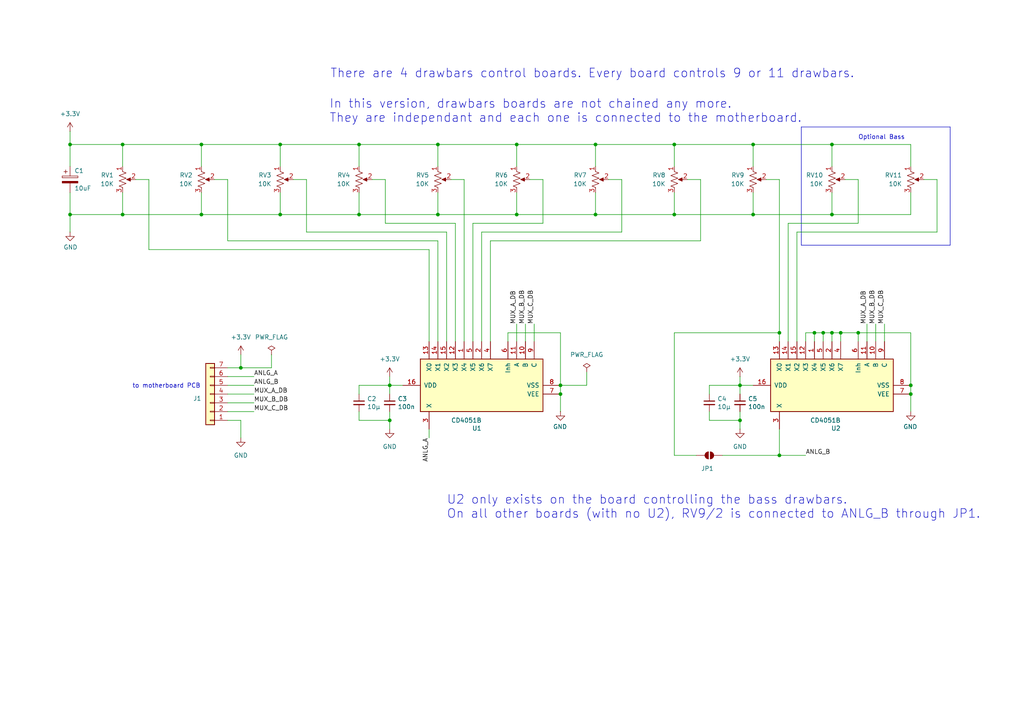
<source format=kicad_sch>
(kicad_sch (version 20250114) (generator "eeschema") (generator_version "9.0")
  (paper "A4")
  (title_block (title "Drawbars") (date "2025-07-30") (rev "1.2") (company "Picherie") (comment 1 "New drawbars boards with no CPU. ") (comment 2 "3.3V for Arduino Due compliance."))
  (lib_symbols
    (symbol "4xxx:4051" (pin_names (offset 1.016))
      (property "Reference" "U" (at -7.62 19.05 0))
      (property "Value" "4051" (at -7.62 -19.05 0))
      (symbol "4051_1_0"
        (pin passive line (at -12.7 15.24 0) (length 5.08) (name "X0") (number "13"))
        (pin passive line (at -12.7 12.7 0) (length 5.08) (name "X1") (number "14"))
        (pin passive line (at -12.7 10.16 0) (length 5.08) (name "X2") (number "15"))
        (pin passive line (at -12.7 7.62 0) (length 5.08) (name "X3") (number "12"))
        (pin passive line (at -12.7 5.08 0) (length 5.08) (name "X4") (number "1"))
        (pin passive line (at -12.7 2.54 0) (length 5.08) (name "X5") (number "5"))
        (pin passive line (at -12.7 0 0) (length 5.08) (name "X6") (number "2"))
        (pin passive line (at -12.7 -2.54 0) (length 5.08) (name "X7") (number "4"))
        (pin input line (at -12.7 -7.62 0) (length 5.08) (name "Inh") (number "6"))
        (pin input line (at -12.7 -10.16 0) (length 5.08) (name "A") (number "11"))
        (pin input line (at -12.7 -12.7 0) (length 5.08) (name "B") (number "10"))
        (pin input line (at -12.7 -15.24 0) (length 5.08) (name "C") (number "9"))
        (pin power_in line (at 0 22.86 270) (length 5.08) (name "VDD") (number "16"))
        (pin power_in line (at 0 -22.86 90) (length 5.08) (name "VSS") (number "8"))
        (pin power_in line (at 2.54 -22.86 90) (length 5.08) (name "VEE") (number "7"))
        (pin passive line (at 12.7 15.24 180) (length 5.08) (name "X") (number "3"))
      )
      (symbol "4051_1_1"
        (rectangle (start -7.62 17.78) (end 7.62 -17.78) (stroke (width 0.254)) (fill (type background)))
      )
    )
    (symbol "Connector_Generic:Conn_01x07" (pin_names (offset 1.016) (hide yes))
      (property "Reference" "J" (at 0 10.16 0))
      (property "Value" "Conn_01x07" (at 0 -10.16 0))
      (symbol "Conn_01x07_1_1"
        (rectangle (start -1.27 8.89) (end 1.27 -8.89) (stroke (width 0.254)) (fill (type background)))
        (rectangle (start -1.27 7.747) (end 0 7.493) (stroke (width 0.1524)))
        (rectangle (start -1.27 5.207) (end 0 4.953) (stroke (width 0.1524)))
        (rectangle (start -1.27 2.667) (end 0 2.413) (stroke (width 0.1524)))
        (rectangle (start -1.27 0.127) (end 0 -0.127) (stroke (width 0.1524)))
        (rectangle (start -1.27 -2.413) (end 0 -2.667) (stroke (width 0.1524)))
        (rectangle (start -1.27 -4.953) (end 0 -5.207) (stroke (width 0.1524)))
        (rectangle (start -1.27 -7.493) (end 0 -7.747) (stroke (width 0.1524)))
        (pin passive line (at -5.08 7.62 0) (length 3.81) (name "Pin_1") (number "1"))
        (pin passive line (at -5.08 5.08 0) (length 3.81) (name "Pin_2") (number "2"))
        (pin passive line (at -5.08 2.54 0) (length 3.81) (name "Pin_3") (number "3"))
        (pin passive line (at -5.08 0 0) (length 3.81) (name "Pin_4") (number "4"))
        (pin passive line (at -5.08 -2.54 0) (length 3.81) (name "Pin_5") (number "5"))
        (pin passive line (at -5.08 -5.08 0) (length 3.81) (name "Pin_6") (number "6"))
        (pin passive line (at -5.08 -7.62 0) (length 3.81) (name "Pin_7") (number "7"))
      )
    )
    (symbol "Device:C_Polarized" (pin_numbers (hide yes)) (pin_names (offset 0.254))
      (property "Reference" "C" (at 0.635 2.54 0))
      (property "Value" "C_Polarized" (at 0.635 -2.54 0))
      (symbol "C_Polarized_0_1"
        (rectangle (start -2.286 0.508) (end 2.286 1.016))
        (polyline (pts (xy -1.778 2.286) (xy -0.762 2.286)))
        (polyline (pts (xy -1.27 2.794) (xy -1.27 1.778)))
        (rectangle (start 2.286 -0.508) (end -2.286 -1.016) (fill (type outline)))
      )
      (symbol "C_Polarized_1_1"
        (pin passive line (at 0 3.81 270) (length 2.794) (name "~") (number "1"))
        (pin passive line (at 0 -3.81 90) (length 2.794) (name "~") (number "2"))
      )
    )
    (symbol "Device:C_Small" (pin_numbers (hide yes)) (pin_names (offset 0.254) (hide yes))
      (property "Reference" "C" (at 0.254 1.778 0))
      (property "Value" "C_Small" (at 0.254 -2.032 0))
      (symbol "C_Small_0_1"
        (polyline (pts (xy -1.524 0.508) (xy 1.524 0.508)) (stroke (width 0.3048)))
        (polyline (pts (xy -1.524 -0.508) (xy 1.524 -0.508)) (stroke (width 0.3302)))
      )
      (symbol "C_Small_1_1"
        (pin passive line (at 0 2.54 270) (length 2.032) (name "~") (number "1"))
        (pin passive line (at 0 -2.54 90) (length 2.032) (name "~") (number "2"))
      )
    )
    (symbol "Device:R_Potentiometer_US" (pin_names (offset 1.016) (hide yes))
      (property "Reference" "RV" (at -4.445 0 90))
      (property "Value" "R_Potentiometer_US" (at -2.54 0 90))
      (symbol "R_Potentiometer_US_0_1"
        (polyline (pts (xy 0 2.54) (xy 0 2.286)))
        (polyline (pts (xy 0 2.286) (xy 1.016 1.905) (xy 0 1.524) (xy -1.016 1.143) (xy 0 0.762)))
        (polyline (pts (xy 0 0.762) (xy 1.016 0.381) (xy 0 0) (xy -1.016 -0.381) (xy 0 -0.762)))
        (polyline (pts (xy 0 -0.762) (xy 1.016 -1.143) (xy 0 -1.524) (xy -1.016 -1.905) (xy 0 -2.286)))
        (polyline (pts (xy 0 -2.286) (xy 0 -2.54)))
        (polyline (pts (xy 1.143 0) (xy 2.286 0.508) (xy 2.286 -0.508) (xy 1.143 0)) (fill (type outline)))
        (polyline (pts (xy 2.54 0) (xy 1.524 0)))
      )
      (symbol "R_Potentiometer_US_1_1"
        (pin passive line (at 0 3.81 270) (length 1.27) (name "1") (number "1"))
        (pin passive line (at 0 -3.81 90) (length 1.27) (name "3") (number "3"))
        (pin passive line (at 3.81 0 180) (length 1.27) (name "2") (number "2"))
      )
    )
    (symbol "Jumper:SolderJumper_2_Open" (pin_numbers (hide yes)) (pin_names (offset 0) (hide yes)) (in_bom no)
      (property "Reference" "JP" (at 0 2.032 0))
      (property "Value" "SolderJumper_2_Open" (at 0 -2.54 0))
      (symbol "SolderJumper_2_Open_0_1"
        (polyline (pts (xy -0.254 1.016) (xy -0.254 -1.016)))
        (arc (start -0.254 -1.016) (mid -1.2656 0) (end -0.254 1.016))
        (arc (start -0.254 -1.016) (mid -1.2656 0) (end -0.254 1.016) (fill (type outline)))
        (arc (start 0.254 1.016) (mid 1.2656 0) (end 0.254 -1.016))
        (arc (start 0.254 1.016) (mid 1.2656 0) (end 0.254 -1.016) (fill (type outline)))
        (polyline (pts (xy 0.254 1.016) (xy 0.254 -1.016)))
      )
      (symbol "SolderJumper_2_Open_1_1"
        (pin passive line (at -3.81 0 0) (length 2.54) (name "A") (number "1"))
        (pin passive line (at 3.81 0 180) (length 2.54) (name "B") (number "2"))
      )
    )
    (symbol "power:+3.3V" (power) (pin_numbers (hide yes)) (pin_names (offset 0) (hide yes))
      (property "Value" "+3.3V" (at 0 3.556 0))
      (symbol "+3.3V_0_1"
        (polyline (pts (xy -0.762 1.27) (xy 0 2.54)))
        (polyline (pts (xy 0 2.54) (xy 0.762 1.27)))
        (polyline (pts (xy 0 0) (xy 0 2.54)))
      )
      (symbol "+3.3V_1_1"
        (pin power_in line (at 0 0 90) (length 0) (name "~") (number "1"))
      )
    )
    (symbol "power:GND" (power) (pin_numbers (hide yes)) (pin_names (offset 0) (hide yes))
      (property "Value" "GND" (at 0 -3.81 0))
      (symbol "GND_0_1"
        (polyline (pts (xy 0 0) (xy 0 -1.27) (xy 1.27 -1.27) (xy 0 -2.54) (xy -1.27 -1.27) (xy 0 -1.27)))
      )
      (symbol "GND_1_1"
        (pin power_in line (at 0 0 270) (length 0) (name "~") (number "1"))
      )
    )
    (symbol "power:PWR_FLAG" (power) (pin_numbers (hide yes)) (pin_names (offset 0) (hide yes))
      (property "Value" "PWR_FLAG" (at 0 3.81 0))
      (symbol "PWR_FLAG_0_0"
        (pin power_out line (at 0 0 90) (length 0) (name "~") (number "1"))
      )
      (symbol "PWR_FLAG_0_1"
        (polyline (pts (xy 0 0) (xy 0 1.27) (xy -1.016 1.905) (xy 0 2.54) (xy 1.016 1.905) (xy 0 1.27)))
      )
    )
  )
  (text "There are 4 drawbars control boards. Every board controls 9 or 11 drawbars.\n" (at 95.758 22.86 0) (effects (font (size 2.54 2.54)) (justify left bottom)))
  (text "to motherboard PCB" (at 58.166 112.014 0) (effects (font (size 1.27 1.27)) (justify right)))
  (text "Optional Bass" (at 248.92 40.64 0) (effects (font (size 1.27 1.27)) (justify left bottom)))
  (text "In this version, drawbars boards are not chained any more.\nThey are independant and each one is connected to the motherboard." (at 95.504 32.258 0) (effects (font (size 2.54 2.54)) (justify left)))
  (text "U2 only exists on the board controlling the bass drawbars.\nOn all other boards (with no U2), RV9/2 is connected to ANLG_B through JP1." (at 129.54 150.622 0) (effects (font (size 2.54 2.54)) (justify left bottom)))
  (junction (at 264.16 114.3))
  (junction (at 172.72 62.23))
  (junction (at 226.06 96.52))
  (junction (at 81.28 41.91))
  (junction (at 241.3 96.52))
  (junction (at 58.42 41.91))
  (junction (at 214.63 121.92))
  (junction (at 149.86 62.23))
  (junction (at 236.22 96.52))
  (junction (at 69.85 106.68))
  (junction (at 218.44 62.23))
  (junction (at 172.72 41.91))
  (junction (at 214.63 111.76))
  (junction (at 58.42 62.23))
  (junction (at 127 62.23))
  (junction (at 248.92 96.52))
  (junction (at 104.14 41.91))
  (junction (at 113.03 111.76))
  (junction (at 195.58 41.91))
  (junction (at 226.06 132.08))
  (junction (at 162.56 114.3))
  (junction (at 127 41.91))
  (junction (at 149.86 41.91))
  (junction (at 195.58 62.23))
  (junction (at 20.32 62.23))
  (junction (at 241.3 41.91))
  (junction (at 104.14 62.23))
  (junction (at 218.44 41.91))
  (junction (at 113.03 121.92))
  (junction (at 238.76 96.52))
  (junction (at 162.56 111.76))
  (junction (at 243.84 96.52))
  (junction (at 35.56 41.91))
  (junction (at 35.56 62.23))
  (junction (at 264.16 111.76))
  (junction (at 20.32 41.91))
  (junction (at 241.3 62.23))
  (junction (at 81.28 62.23))
  (wire (pts (xy 170.18 111.76) (xy 162.56 111.76)))
  (wire (pts (xy 149.86 55.88) (xy 149.86 62.23)))
  (wire (pts (xy 157.48 52.07) (xy 157.48 64.77)))
  (wire (pts (xy 127 62.23) (xy 149.86 62.23)))
  (wire (pts (xy 104.14 121.92) (xy 113.03 121.92)))
  (wire (pts (xy 162.56 96.52) (xy 147.32 96.52)))
  (wire (pts (xy 35.56 41.91) (xy 35.56 48.26)))
  (wire (pts (xy 113.03 109.22) (xy 113.03 111.76)))
  (wire (pts (xy 201.93 132.08) (xy 195.58 132.08)))
  (wire (pts (xy 69.85 106.68) (xy 69.85 102.87)))
  (wire (pts (xy 149.86 48.26) (xy 149.86 41.91)))
  (wire (pts (xy 243.84 99.06) (xy 243.84 96.52)))
  (wire (pts (xy 147.32 96.52) (xy 147.32 99.06)))
  (wire (pts (xy 241.3 55.88) (xy 241.3 62.23)))
  (wire (pts (xy 205.74 121.92) (xy 214.63 121.92)))
  (wire (pts (xy 222.25 52.07) (xy 226.06 52.07)))
  (wire (pts (xy 172.72 41.91) (xy 149.86 41.91)))
  (wire (pts (xy 195.58 41.91) (xy 172.72 41.91)))
  (wire (pts (xy 214.63 121.92) (xy 214.63 124.46)))
  (wire (pts (xy 85.09 52.07) (xy 88.9 52.07)))
  (wire (pts (xy 66.04 106.68) (xy 69.85 106.68)))
  (wire (pts (xy 69.85 121.92) (xy 69.85 127)))
  (wire (pts (xy 113.03 111.76) (xy 113.03 114.3)))
  (wire (pts (xy 35.56 55.88) (xy 35.56 62.23)))
  (wire (pts (xy 142.24 69.85) (xy 203.2 69.85)))
  (wire (pts (xy 88.9 67.31) (xy 88.9 52.07)))
  (wire (pts (xy 228.6 64.77) (xy 228.6 99.06)))
  (wire (pts (xy 236.22 96.52) (xy 233.68 96.52)))
  (wire (pts (xy 256.54 99.06) (xy 256.54 93.98)))
  (wire (pts (xy 226.06 132.08) (xy 233.68 132.08)))
  (wire (pts (xy 218.44 55.88) (xy 218.44 62.23)))
  (wire (pts (xy 153.67 52.07) (xy 157.48 52.07)))
  (wire (pts (xy 226.06 124.46) (xy 226.06 132.08)))
  (wire (pts (xy 264.16 41.91) (xy 241.3 41.91)))
  (wire (pts (xy 127 55.88) (xy 127 62.23)))
  (wire (pts (xy 271.78 67.31) (xy 271.78 52.07)))
  (wire (pts (xy 142.24 99.06) (xy 142.24 69.85)))
  (wire (pts (xy 264.16 41.91) (xy 264.16 48.26)))
  (wire (pts (xy 251.46 99.06) (xy 251.46 93.98)))
  (wire (pts (xy 176.53 52.07) (xy 180.34 52.07)))
  (wire (pts (xy 149.86 99.06) (xy 149.86 93.98)))
  (wire (pts (xy 195.58 55.88) (xy 195.58 62.23)))
  (wire (pts (xy 214.63 109.22) (xy 214.63 111.76)))
  (wire (pts (xy 58.42 62.23) (xy 81.28 62.23)))
  (wire (pts (xy 218.44 41.91) (xy 195.58 41.91)))
  (wire (pts (xy 267.97 52.07) (xy 271.78 52.07)))
  (wire (pts (xy 35.56 62.23) (xy 58.42 62.23)))
  (wire (pts (xy 124.46 124.46) (xy 124.46 127)))
  (wire (pts (xy 172.72 62.23) (xy 195.58 62.23)))
  (wire (pts (xy 113.03 111.76) (xy 104.14 111.76)))
  (wire (pts (xy 231.14 67.31) (xy 231.14 99.06)))
  (wire (pts (xy 62.23 52.07) (xy 66.04 52.07)))
  (wire (pts (xy 127 48.26) (xy 127 41.91)))
  (wire (pts (xy 195.58 96.52) (xy 226.06 96.52)))
  (wire (pts (xy 214.63 121.92) (xy 214.63 119.38)))
  (wire (pts (xy 66.04 69.85) (xy 66.04 52.07)))
  (wire (pts (xy 127 99.06) (xy 127 69.85)))
  (wire (pts (xy 58.42 55.88) (xy 58.42 62.23)))
  (wire (pts (xy 81.28 48.26) (xy 81.28 41.91)))
  (wire (pts (xy 81.28 62.23) (xy 104.14 62.23)))
  (wire (pts (xy 124.46 99.06) (xy 124.46 72.39)))
  (wire (pts (xy 248.92 96.52) (xy 243.84 96.52)))
  (wire (pts (xy 35.56 41.91) (xy 20.32 41.91)))
  (wire (pts (xy 20.32 62.23) (xy 20.32 55.88)))
  (wire (pts (xy 264.16 55.88) (xy 264.16 62.23)))
  (wire (pts (xy 43.18 52.07) (xy 43.18 72.39)))
  (wire (pts (xy 78.74 106.68) (xy 69.85 106.68)))
  (wire (pts (xy 111.76 52.07) (xy 111.76 64.77)))
  (wire (pts (xy 88.9 67.31) (xy 129.54 67.31)))
  (wire (pts (xy 127 69.85) (xy 66.04 69.85)))
  (polyline (pts (xy 275.59 71.12) (xy 275.59 36.83)))
  (wire (pts (xy 248.92 96.52) (xy 248.92 99.06)))
  (wire (pts (xy 162.56 111.76) (xy 162.56 114.3)))
  (wire (pts (xy 104.14 62.23) (xy 127 62.23)))
  (wire (pts (xy 113.03 111.76) (xy 116.84 111.76)))
  (wire (pts (xy 113.03 121.92) (xy 113.03 119.38)))
  (wire (pts (xy 20.32 67.31) (xy 20.32 62.23)))
  (wire (pts (xy 245.11 52.07) (xy 248.92 52.07)))
  (wire (pts (xy 73.66 116.84) (xy 66.04 116.84)))
  (wire (pts (xy 264.16 114.3) (xy 264.16 111.76)))
  (wire (pts (xy 78.74 102.87) (xy 78.74 106.68)))
  (wire (pts (xy 139.7 99.06) (xy 139.7 67.31)))
  (wire (pts (xy 134.62 52.07) (xy 134.62 99.06)))
  (wire (pts (xy 180.34 52.07) (xy 180.34 67.31)))
  (wire (pts (xy 81.28 41.91) (xy 58.42 41.91)))
  (wire (pts (xy 113.03 121.92) (xy 113.03 124.46)))
  (wire (pts (xy 35.56 62.23) (xy 20.32 62.23)))
  (wire (pts (xy 132.08 64.77) (xy 132.08 99.06)))
  (wire (pts (xy 214.63 111.76) (xy 205.74 111.76)))
  (wire (pts (xy 233.68 99.06) (xy 233.68 96.52)))
  (wire (pts (xy 73.66 111.76) (xy 66.04 111.76)))
  (wire (pts (xy 172.72 55.88) (xy 172.72 62.23)))
  (wire (pts (xy 199.39 52.07) (xy 203.2 52.07)))
  (polyline (pts (xy 232.41 36.83) (xy 275.59 36.83)))
  (wire (pts (xy 20.32 41.91) (xy 20.32 48.26)))
  (wire (pts (xy 39.37 52.07) (xy 43.18 52.07)))
  (wire (pts (xy 139.7 67.31) (xy 180.34 67.31)))
  (wire (pts (xy 228.6 64.77) (xy 248.92 64.77)))
  (polyline (pts (xy 232.41 71.12) (xy 232.41 36.83)))
  (wire (pts (xy 104.14 111.76) (xy 104.14 114.3)))
  (wire (pts (xy 264.16 114.3) (xy 264.16 119.38)))
  (wire (pts (xy 205.74 111.76) (xy 205.74 114.3)))
  (wire (pts (xy 104.14 55.88) (xy 104.14 62.23)))
  (wire (pts (xy 241.3 99.06) (xy 241.3 96.52)))
  (wire (pts (xy 209.55 132.08) (xy 226.06 132.08)))
  (wire (pts (xy 236.22 99.06) (xy 236.22 96.52)))
  (wire (pts (xy 241.3 41.91) (xy 218.44 41.91)))
  (wire (pts (xy 111.76 64.77) (xy 132.08 64.77)))
  (polyline (pts (xy 275.59 71.12) (xy 232.41 71.12)))
  (wire (pts (xy 214.63 111.76) (xy 214.63 114.3)))
  (wire (pts (xy 243.84 96.52) (xy 241.3 96.52)))
  (wire (pts (xy 195.58 62.23) (xy 218.44 62.23)))
  (wire (pts (xy 130.81 52.07) (xy 134.62 52.07)))
  (wire (pts (xy 248.92 64.77) (xy 248.92 52.07)))
  (wire (pts (xy 205.74 119.38) (xy 205.74 121.92)))
  (wire (pts (xy 241.3 48.26) (xy 241.3 41.91)))
  (wire (pts (xy 73.66 109.22) (xy 66.04 109.22)))
  (wire (pts (xy 226.06 52.07) (xy 226.06 96.52)))
  (wire (pts (xy 20.32 38.1) (xy 20.32 41.91)))
  (wire (pts (xy 162.56 114.3) (xy 162.56 119.38)))
  (wire (pts (xy 73.66 119.38) (xy 66.04 119.38)))
  (wire (pts (xy 127 41.91) (xy 104.14 41.91)))
  (wire (pts (xy 43.18 72.39) (xy 124.46 72.39)))
  (wire (pts (xy 172.72 48.26) (xy 172.72 41.91)))
  (wire (pts (xy 81.28 55.88) (xy 81.28 62.23)))
  (wire (pts (xy 218.44 62.23) (xy 241.3 62.23)))
  (wire (pts (xy 149.86 62.23) (xy 172.72 62.23)))
  (wire (pts (xy 241.3 62.23) (xy 264.16 62.23)))
  (wire (pts (xy 162.56 96.52) (xy 162.56 111.76)))
  (wire (pts (xy 203.2 69.85) (xy 203.2 52.07)))
  (wire (pts (xy 137.16 99.06) (xy 137.16 64.77)))
  (wire (pts (xy 241.3 96.52) (xy 238.76 96.52)))
  (wire (pts (xy 58.42 48.26) (xy 58.42 41.91)))
  (wire (pts (xy 107.95 52.07) (xy 111.76 52.07)))
  (wire (pts (xy 104.14 119.38) (xy 104.14 121.92)))
  (wire (pts (xy 264.16 111.76) (xy 264.16 96.52)))
  (wire (pts (xy 231.14 67.31) (xy 271.78 67.31)))
  (wire (pts (xy 58.42 41.91) (xy 35.56 41.91)))
  (wire (pts (xy 154.94 99.06) (xy 154.94 93.98)))
  (wire (pts (xy 226.06 96.52) (xy 226.06 99.06)))
  (wire (pts (xy 264.16 96.52) (xy 248.92 96.52)))
  (wire (pts (xy 238.76 99.06) (xy 238.76 96.52)))
  (wire (pts (xy 73.66 114.3) (xy 66.04 114.3)))
  (wire (pts (xy 152.4 99.06) (xy 152.4 93.98)))
  (wire (pts (xy 195.58 48.26) (xy 195.58 41.91)))
  (wire (pts (xy 170.18 107.95) (xy 170.18 111.76)))
  (wire (pts (xy 238.76 96.52) (xy 236.22 96.52)))
  (wire (pts (xy 254 99.06) (xy 254 93.98)))
  (wire (pts (xy 218.44 41.91) (xy 218.44 48.26)))
  (wire (pts (xy 104.14 48.26) (xy 104.14 41.91)))
  (wire (pts (xy 149.86 41.91) (xy 127 41.91)))
  (wire (pts (xy 66.04 121.92) (xy 69.85 121.92)))
  (wire (pts (xy 214.63 111.76) (xy 218.44 111.76)))
  (wire (pts (xy 129.54 99.06) (xy 129.54 67.31)))
  (wire (pts (xy 195.58 132.08) (xy 195.58 96.52)))
  (wire (pts (xy 137.16 64.77) (xy 157.48 64.77)))
  (wire (pts (xy 104.14 41.91) (xy 81.28 41.91)))
  (label "MUX_A_DB" (at 73.66 114.3 0))
  (label "MUX_B_DB" (at 73.66 116.84 0))
  (label "MUX_A_DB" (at 251.46 93.98 90))
  (label "MUX_A_DB" (at 149.86 93.98 90))
  (label "MUX_C_DB" (at 256.54 93.98 90))
  (label "MUX_B_DB" (at 254 93.98 90))
  (label "MUX_C_DB" (at 154.94 93.98 90))
  (label "ANLG_A" (at 73.66 109.22 0))
  (label "MUX_C_DB" (at 73.66 119.38 0))
  (label "ANLG_A" (at 124.46 127 270))
  (label "ANLG_B" (at 233.68 132.08 0))
  (label "MUX_B_DB" (at 152.4 93.98 90))
  (label "ANLG_B" (at 73.66 111.76 0))
  (symbol (lib_id "power:+3.3V") (at 214.63 109.22 0) (unit 1)
    (property "Reference" "#PWR012" (effects (hide yes)))
    (property "Value" "+3.3V" (at 214.63 104.14 0))
    (property "Description" "Power symbol creates a global label with name \"+3.3V\"" (effects (hide yes)))
  )
  (symbol (lib_id "power:GND") (at 113.03 124.46 0) (unit 1)
    (property "Reference" "#PWR06" (effects (hide yes)))
    (property "Value" "GND" (at 113.03 129.54 0))
    (property "Description" "Power symbol creates a global label with name \"GND\" , ground" (effects (hide yes)))
  )
  (symbol (lib_id "Device:R_Potentiometer_US") (at 104.14 52.07 0) (unit 1)
    (property "Reference" "RV4" (at 101.6 50.7999 0) (effects (justify right)))
    (property "Value" "10K" (at 101.6 53.3399 0) (effects (justify right)))
    (property "Footprint" "b3_footprints:Drawbar_Potentiometer" (effects (hide yes)))
    (property "Description" "Potentiometer, US symbol" (effects (hide yes)))
  )
  (symbol (lib_id "power:PWR_FLAG") (at 78.74 102.87 0) (unit 1)
    (property "Reference" "#FLG02" (effects (hide yes)))
    (property "Value" "PWR_FLAG" (at 78.74 97.79 0))
    (property "Description" "Special symbol for telling ERC where power comes from" (effects (hide yes)))
  )
  (symbol (lib_id "Connector_Generic:Conn_01x07") (at 60.96 114.3 180) (unit 1)
    (property "Reference" "J1" (at 58.42 115.5701 0) (effects (justify left)))
    (property "Value" "Conn_01x07" (effects (hide yes)))
    (property "Description" "Generic connector, single row, 01x07, script generated (kicad-library-utils/schlib/autogen/connector/)" (effects (hide yes)))
  )
  (symbol (lib_id "4xxx:4051") (at 139.7 111.76 90) (mirror x) (unit 1)
    (property "Reference" "U1" (at 139.7 124.2314 90) (effects (justify left)))
    (property "Value" "CD4051B" (at 139.7 121.92 90) (effects (justify left)))
    (property "Footprint" "Package_DIP:DIP-16_W7.62mm" (effects (hide yes)))
    (property "Datasheet" "http://www.intersil.com/content/dam/Intersil/documents/cd40/cd4051bms-52bms-53bms.pdf" (effects (hide yes)))
    (property "Description" "Analog Multiplexer 8 to 1 lins" (effects (hide yes)))
  )
  (symbol (lib_id "power:GND") (at 20.32 67.31 0) (unit 1)
    (property "Reference" "#PWR02" (effects (hide yes)))
    (property "Value" "GND" (at 20.447 71.7042 0))
    (property "Description" "Power symbol creates a global label with name \"GND\" , ground" (effects (hide yes)))
  )
  (symbol (lib_id "Device:C_Small") (at 104.14 116.84 0) (unit 1)
    (property "Reference" "C2" (at 106.4768 115.6716 0) (effects (justify left)))
    (property "Value" "10µ" (at 106.4768 117.983 0) (effects (justify left)))
    (property "Footprint" "Capacitor_SMD:C_1206_3216Metric_Pad1.33x1.80mm_HandSolder" (effects (hide yes)))
    (property "Description" "Unpolarized capacitor, small symbol" (effects (hide yes)))
  )
  (symbol (lib_id "Device:R_Potentiometer_US") (at 218.44 52.07 0) (unit 1)
    (property "Reference" "RV9" (at 215.9 50.7999 0) (effects (justify right)))
    (property "Value" "10K" (at 215.9 53.3399 0) (effects (justify right)))
    (property "Footprint" "b3_footprints:Drawbar_Potentiometer" (effects (hide yes)))
    (property "Description" "Potentiometer, US symbol" (effects (hide yes)))
  )
  (symbol (lib_id "Jumper:SolderJumper_2_Open") (at 205.74 132.08 180) (unit 1)
    (property "Reference" "JP1" (at 207.01 135.89 0) (effects (justify left)))
    (property "Value" "SolderJumper_2_Open" (effects (hide yes)))
    (property "Footprint" "Jumper:SolderJumper-2_P1.3mm_Open_RoundedPad1.0x1.5mm" (effects (hide yes)))
    (property "Description" "Solder Jumper, 2-pole, open" (effects (hide yes)))
  )
  (symbol (lib_id "Device:R_Potentiometer_US") (at 241.3 52.07 0) (unit 1)
    (property "Reference" "RV10" (at 238.76 50.7999 0) (effects (justify right)))
    (property "Value" "10K" (at 238.76 53.3399 0) (effects (justify right)))
    (property "Footprint" "b3_footprints:Drawbar_Potentiometer" (effects (hide yes)))
    (property "Description" "Potentiometer, US symbol" (effects (hide yes)))
  )
  (symbol (lib_id "Device:R_Potentiometer_US") (at 172.72 52.07 0) (unit 1)
    (property "Reference" "RV7" (at 170.18 50.7999 0) (effects (justify right)))
    (property "Value" "10K" (at 170.18 53.3399 0) (effects (justify right)))
    (property "Footprint" "b3_footprints:Drawbar_Potentiometer" (effects (hide yes)))
    (property "Description" "Potentiometer, US symbol" (effects (hide yes)))
  )
  (symbol (lib_id "Device:R_Potentiometer_US") (at 264.16 52.07 0) (unit 1)
    (property "Reference" "RV11" (at 261.62 50.7999 0) (effects (justify right)))
    (property "Value" "10K" (at 261.62 53.3399 0) (effects (justify right)))
    (property "Footprint" "b3_footprints:Drawbar_Potentiometer" (effects (hide yes)))
    (property "Description" "Potentiometer, US symbol" (effects (hide yes)))
  )
  (symbol (lib_id "power:GND") (at 69.85 127 0) (mirror y) (unit 1)
    (property "Reference" "#PWR04" (effects (hide yes)))
    (property "Value" "GND" (at 69.85 132.08 0))
    (property "Description" "Power symbol creates a global label with name \"GND\" , ground" (effects (hide yes)))
  )
  (symbol (lib_id "Device:R_Potentiometer_US") (at 58.42 52.07 0) (unit 1)
    (property "Reference" "RV2" (at 55.88 50.7999 0) (effects (justify right)))
    (property "Value" "10K" (at 55.88 53.3399 0) (effects (justify right)))
    (property "Footprint" "b3_footprints:Drawbar_Potentiometer" (effects (hide yes)))
    (property "Description" "Potentiometer, US symbol" (effects (hide yes)))
  )
  (symbol (lib_id "power:GND") (at 214.63 124.46 0) (unit 1)
    (property "Reference" "#PWR09" (effects (hide yes)))
    (property "Value" "GND" (at 214.63 129.54 0))
    (property "Description" "Power symbol creates a global label with name \"GND\" , ground" (effects (hide yes)))
  )
  (symbol (lib_id "Device:C_Polarized") (at 20.32 52.07 0) (unit 1)
    (property "Reference" "C1" (at 21.59 49.53 0) (effects (justify left)))
    (property "Value" "10uF" (at 21.59 54.61 0) (effects (justify left)))
    (property "Footprint" "Capacitor_THT:CP_Axial_L10.0mm_D4.5mm_P15.00mm_Horizontal" (effects (hide yes)))
    (property "Description" "Polarized capacitor" (effects (hide yes)))
  )
  (symbol (lib_id "Device:C_Small") (at 205.74 116.84 0) (unit 1)
    (property "Reference" "C4" (at 208.0768 115.6716 0) (effects (justify left)))
    (property "Value" "10µ" (at 208.0768 117.983 0) (effects (justify left)))
    (property "Footprint" "Capacitor_SMD:C_1206_3216Metric_Pad1.33x1.80mm_HandSolder" (effects (hide yes)))
    (property "Description" "Unpolarized capacitor, small symbol" (effects (hide yes)))
  )
  (symbol (lib_id "power:GND") (at 264.16 119.38 0) (mirror y) (unit 1)
    (property "Reference" "#PWR010" (effects (hide yes)))
    (property "Value" "GND" (at 264.033 123.7742 0))
    (property "Description" "Power symbol creates a global label with name \"GND\" , ground" (effects (hide yes)))
  )
  (symbol (lib_id "Device:R_Potentiometer_US") (at 127 52.07 0) (unit 1)
    (property "Reference" "RV5" (at 124.46 50.7999 0) (effects (justify right)))
    (property "Value" "10K" (at 124.46 53.3399 0) (effects (justify right)))
    (property "Footprint" "b3_footprints:Drawbar_Potentiometer" (effects (hide yes)))
    (property "Description" "Potentiometer, US symbol" (effects (hide yes)))
  )
  (symbol (lib_id "power:+3.3V") (at 113.03 109.22 0) (unit 1)
    (property "Reference" "#PWR011" (effects (hide yes)))
    (property "Value" "+3.3V" (at 113.03 104.14 0))
    (property "Description" "Power symbol creates a global label with name \"+3.3V\"" (effects (hide yes)))
  )
  (symbol (lib_id "Device:R_Potentiometer_US") (at 35.56 52.07 0) (unit 1)
    (property "Reference" "RV1" (at 33.02 50.7999 0) (effects (justify right)))
    (property "Value" "10K" (at 33.02 53.3399 0) (effects (justify right)))
    (property "Footprint" "b3_footprints:Drawbar_Potentiometer" (effects (hide yes)))
    (property "Description" "Potentiometer, US symbol" (effects (hide yes)))
  )
  (symbol (lib_id "Device:R_Potentiometer_US") (at 195.58 52.07 0) (unit 1)
    (property "Reference" "RV8" (at 193.04 50.7999 0) (effects (justify right)))
    (property "Value" "10K" (at 193.04 53.3399 0) (effects (justify right)))
    (property "Footprint" "b3_footprints:Drawbar_Potentiometer" (effects (hide yes)))
    (property "Description" "Potentiometer, US symbol" (effects (hide yes)))
  )
  (symbol (lib_id "Device:R_Potentiometer_US") (at 149.86 52.07 0) (unit 1)
    (property "Reference" "RV6" (at 147.32 50.7999 0) (effects (justify right)))
    (property "Value" "10K" (at 147.32 53.3399 0) (effects (justify right)))
    (property "Footprint" "b3_footprints:Drawbar_Potentiometer" (effects (hide yes)))
    (property "Description" "Potentiometer, US symbol" (effects (hide yes)))
  )
  (symbol (lib_id "Device:C_Small") (at 214.63 116.84 0) (unit 1)
    (property "Reference" "C5" (at 216.9668 115.6716 0) (effects (justify left)))
    (property "Value" "100n" (at 216.9668 117.983 0) (effects (justify left)))
    (property "Footprint" "Capacitor_SMD:C_1206_3216Metric_Pad1.33x1.80mm_HandSolder" (effects (hide yes)))
    (property "Description" "Unpolarized capacitor, small symbol" (effects (hide yes)))
  )
  (symbol (lib_id "Device:R_Potentiometer_US") (at 81.28 52.07 0) (unit 1)
    (property "Reference" "RV3" (at 78.74 50.7999 0) (effects (justify right)))
    (property "Value" "10K" (at 78.74 53.3399 0) (effects (justify right)))
    (property "Footprint" "b3_footprints:Drawbar_Potentiometer" (effects (hide yes)))
    (property "Description" "Potentiometer, US symbol" (effects (hide yes)))
  )
  (symbol (lib_id "Device:C_Small") (at 113.03 116.84 0) (unit 1)
    (property "Reference" "C3" (at 115.3668 115.6716 0) (effects (justify left)))
    (property "Value" "100n" (at 115.3668 117.983 0) (effects (justify left)))
    (property "Footprint" "Capacitor_SMD:C_1206_3216Metric_Pad1.33x1.80mm_HandSolder" (effects (hide yes)))
    (property "Description" "Unpolarized capacitor, small symbol" (effects (hide yes)))
  )
  (symbol (lib_id "4xxx:4051") (at 241.3 111.76 90) (mirror x) (unit 1)
    (property "Reference" "U2" (at 243.84 124.2314 90) (effects (justify left)))
    (property "Value" "CD4051B" (at 243.84 121.92 90) (effects (justify left)))
    (property "Footprint" "Package_DIP:DIP-16_W7.62mm" (effects (hide yes)))
    (property "Datasheet" "http://www.intersil.com/content/dam/Intersil/documents/cd40/cd4051bms-52bms-53bms.pdf" (effects (hide yes)))
    (property "Description" "Analog Multiplexer 8 to 1 lins" (effects (hide yes)))
  )
  (symbol (lib_id "power:PWR_FLAG") (at 170.18 107.95 0) (unit 1)
    (property "Reference" "#FLG01" (effects (hide yes)))
    (property "Value" "PWR_FLAG" (at 170.18 102.87 0))
    (property "Description" "Special symbol for telling ERC where power comes from" (effects (hide yes)))
  )
  (symbol (lib_id "power:+3.3V") (at 20.32 38.1 0) (unit 1)
    (property "Reference" "#PWR05" (effects (hide yes)))
    (property "Value" "+3.3V" (at 20.32 33.02 0))
    (property "Description" "Power symbol creates a global label with name \"+3.3V\"" (effects (hide yes)))
  )
  (symbol (lib_id "power:+3.3V") (at 69.85 102.87 0) (unit 1)
    (property "Reference" "#PWR01" (effects (hide yes)))
    (property "Value" "+3.3V" (at 69.85 97.79 0))
    (property "Description" "Power symbol creates a global label with name \"+3.3V\"" (effects (hide yes)))
  )
  (symbol (lib_id "power:GND") (at 162.56 119.38 0) (mirror y) (unit 1)
    (property "Reference" "#PWR07" (effects (hide yes)))
    (property "Value" "GND" (at 162.433 123.7742 0))
    (property "Description" "Power symbol creates a global label with name \"GND\" , ground" (effects (hide yes)))
  )
)
</source>
